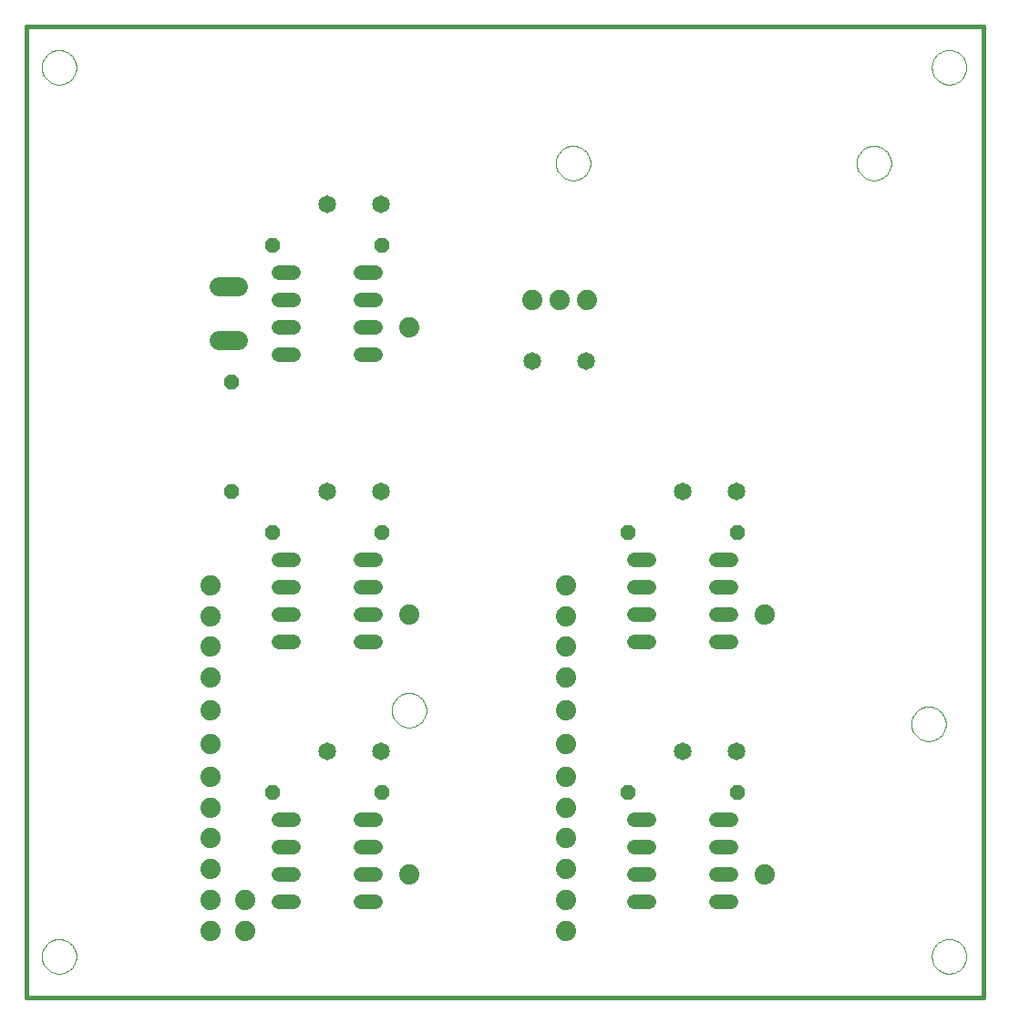
<source format=gtl>
G75*
%MOIN*%
%OFA0B0*%
%FSLAX24Y24*%
%IPPOS*%
%LPD*%
%AMOC8*
5,1,8,0,0,1.08239X$1,22.5*
%
%ADD10C,0.0160*%
%ADD11C,0.0000*%
%ADD12C,0.0520*%
%ADD13C,0.0740*%
%ADD14OC8,0.0520*%
%ADD15C,0.0700*%
%ADD16C,0.0650*%
D10*
X001533Y001497D02*
X001533Y036997D01*
X036533Y036997D01*
X036533Y001497D01*
X001533Y001497D01*
D11*
X002103Y002997D02*
X002105Y003047D01*
X002111Y003097D01*
X002121Y003146D01*
X002135Y003194D01*
X002152Y003241D01*
X002173Y003286D01*
X002198Y003330D01*
X002226Y003371D01*
X002258Y003410D01*
X002292Y003447D01*
X002329Y003481D01*
X002369Y003511D01*
X002411Y003538D01*
X002455Y003562D01*
X002501Y003583D01*
X002548Y003599D01*
X002596Y003612D01*
X002646Y003621D01*
X002695Y003626D01*
X002746Y003627D01*
X002796Y003624D01*
X002845Y003617D01*
X002894Y003606D01*
X002942Y003591D01*
X002988Y003573D01*
X003033Y003551D01*
X003076Y003525D01*
X003117Y003496D01*
X003156Y003464D01*
X003192Y003429D01*
X003224Y003391D01*
X003254Y003351D01*
X003281Y003308D01*
X003304Y003264D01*
X003323Y003218D01*
X003339Y003170D01*
X003351Y003121D01*
X003359Y003072D01*
X003363Y003022D01*
X003363Y002972D01*
X003359Y002922D01*
X003351Y002873D01*
X003339Y002824D01*
X003323Y002776D01*
X003304Y002730D01*
X003281Y002686D01*
X003254Y002643D01*
X003224Y002603D01*
X003192Y002565D01*
X003156Y002530D01*
X003117Y002498D01*
X003076Y002469D01*
X003033Y002443D01*
X002988Y002421D01*
X002942Y002403D01*
X002894Y002388D01*
X002845Y002377D01*
X002796Y002370D01*
X002746Y002367D01*
X002695Y002368D01*
X002646Y002373D01*
X002596Y002382D01*
X002548Y002395D01*
X002501Y002411D01*
X002455Y002432D01*
X002411Y002456D01*
X002369Y002483D01*
X002329Y002513D01*
X002292Y002547D01*
X002258Y002584D01*
X002226Y002623D01*
X002198Y002664D01*
X002173Y002708D01*
X002152Y002753D01*
X002135Y002800D01*
X002121Y002848D01*
X002111Y002897D01*
X002105Y002947D01*
X002103Y002997D01*
X014903Y011997D02*
X014905Y012047D01*
X014911Y012097D01*
X014921Y012146D01*
X014935Y012194D01*
X014952Y012241D01*
X014973Y012286D01*
X014998Y012330D01*
X015026Y012371D01*
X015058Y012410D01*
X015092Y012447D01*
X015129Y012481D01*
X015169Y012511D01*
X015211Y012538D01*
X015255Y012562D01*
X015301Y012583D01*
X015348Y012599D01*
X015396Y012612D01*
X015446Y012621D01*
X015495Y012626D01*
X015546Y012627D01*
X015596Y012624D01*
X015645Y012617D01*
X015694Y012606D01*
X015742Y012591D01*
X015788Y012573D01*
X015833Y012551D01*
X015876Y012525D01*
X015917Y012496D01*
X015956Y012464D01*
X015992Y012429D01*
X016024Y012391D01*
X016054Y012351D01*
X016081Y012308D01*
X016104Y012264D01*
X016123Y012218D01*
X016139Y012170D01*
X016151Y012121D01*
X016159Y012072D01*
X016163Y012022D01*
X016163Y011972D01*
X016159Y011922D01*
X016151Y011873D01*
X016139Y011824D01*
X016123Y011776D01*
X016104Y011730D01*
X016081Y011686D01*
X016054Y011643D01*
X016024Y011603D01*
X015992Y011565D01*
X015956Y011530D01*
X015917Y011498D01*
X015876Y011469D01*
X015833Y011443D01*
X015788Y011421D01*
X015742Y011403D01*
X015694Y011388D01*
X015645Y011377D01*
X015596Y011370D01*
X015546Y011367D01*
X015495Y011368D01*
X015446Y011373D01*
X015396Y011382D01*
X015348Y011395D01*
X015301Y011411D01*
X015255Y011432D01*
X015211Y011456D01*
X015169Y011483D01*
X015129Y011513D01*
X015092Y011547D01*
X015058Y011584D01*
X015026Y011623D01*
X014998Y011664D01*
X014973Y011708D01*
X014952Y011753D01*
X014935Y011800D01*
X014921Y011848D01*
X014911Y011897D01*
X014905Y011947D01*
X014903Y011997D01*
X033903Y011497D02*
X033905Y011547D01*
X033911Y011597D01*
X033921Y011646D01*
X033935Y011694D01*
X033952Y011741D01*
X033973Y011786D01*
X033998Y011830D01*
X034026Y011871D01*
X034058Y011910D01*
X034092Y011947D01*
X034129Y011981D01*
X034169Y012011D01*
X034211Y012038D01*
X034255Y012062D01*
X034301Y012083D01*
X034348Y012099D01*
X034396Y012112D01*
X034446Y012121D01*
X034495Y012126D01*
X034546Y012127D01*
X034596Y012124D01*
X034645Y012117D01*
X034694Y012106D01*
X034742Y012091D01*
X034788Y012073D01*
X034833Y012051D01*
X034876Y012025D01*
X034917Y011996D01*
X034956Y011964D01*
X034992Y011929D01*
X035024Y011891D01*
X035054Y011851D01*
X035081Y011808D01*
X035104Y011764D01*
X035123Y011718D01*
X035139Y011670D01*
X035151Y011621D01*
X035159Y011572D01*
X035163Y011522D01*
X035163Y011472D01*
X035159Y011422D01*
X035151Y011373D01*
X035139Y011324D01*
X035123Y011276D01*
X035104Y011230D01*
X035081Y011186D01*
X035054Y011143D01*
X035024Y011103D01*
X034992Y011065D01*
X034956Y011030D01*
X034917Y010998D01*
X034876Y010969D01*
X034833Y010943D01*
X034788Y010921D01*
X034742Y010903D01*
X034694Y010888D01*
X034645Y010877D01*
X034596Y010870D01*
X034546Y010867D01*
X034495Y010868D01*
X034446Y010873D01*
X034396Y010882D01*
X034348Y010895D01*
X034301Y010911D01*
X034255Y010932D01*
X034211Y010956D01*
X034169Y010983D01*
X034129Y011013D01*
X034092Y011047D01*
X034058Y011084D01*
X034026Y011123D01*
X033998Y011164D01*
X033973Y011208D01*
X033952Y011253D01*
X033935Y011300D01*
X033921Y011348D01*
X033911Y011397D01*
X033905Y011447D01*
X033903Y011497D01*
X034653Y002997D02*
X034655Y003047D01*
X034661Y003097D01*
X034671Y003146D01*
X034685Y003194D01*
X034702Y003241D01*
X034723Y003286D01*
X034748Y003330D01*
X034776Y003371D01*
X034808Y003410D01*
X034842Y003447D01*
X034879Y003481D01*
X034919Y003511D01*
X034961Y003538D01*
X035005Y003562D01*
X035051Y003583D01*
X035098Y003599D01*
X035146Y003612D01*
X035196Y003621D01*
X035245Y003626D01*
X035296Y003627D01*
X035346Y003624D01*
X035395Y003617D01*
X035444Y003606D01*
X035492Y003591D01*
X035538Y003573D01*
X035583Y003551D01*
X035626Y003525D01*
X035667Y003496D01*
X035706Y003464D01*
X035742Y003429D01*
X035774Y003391D01*
X035804Y003351D01*
X035831Y003308D01*
X035854Y003264D01*
X035873Y003218D01*
X035889Y003170D01*
X035901Y003121D01*
X035909Y003072D01*
X035913Y003022D01*
X035913Y002972D01*
X035909Y002922D01*
X035901Y002873D01*
X035889Y002824D01*
X035873Y002776D01*
X035854Y002730D01*
X035831Y002686D01*
X035804Y002643D01*
X035774Y002603D01*
X035742Y002565D01*
X035706Y002530D01*
X035667Y002498D01*
X035626Y002469D01*
X035583Y002443D01*
X035538Y002421D01*
X035492Y002403D01*
X035444Y002388D01*
X035395Y002377D01*
X035346Y002370D01*
X035296Y002367D01*
X035245Y002368D01*
X035196Y002373D01*
X035146Y002382D01*
X035098Y002395D01*
X035051Y002411D01*
X035005Y002432D01*
X034961Y002456D01*
X034919Y002483D01*
X034879Y002513D01*
X034842Y002547D01*
X034808Y002584D01*
X034776Y002623D01*
X034748Y002664D01*
X034723Y002708D01*
X034702Y002753D01*
X034685Y002800D01*
X034671Y002848D01*
X034661Y002897D01*
X034655Y002947D01*
X034653Y002997D01*
X031903Y031997D02*
X031905Y032047D01*
X031911Y032097D01*
X031921Y032146D01*
X031935Y032194D01*
X031952Y032241D01*
X031973Y032286D01*
X031998Y032330D01*
X032026Y032371D01*
X032058Y032410D01*
X032092Y032447D01*
X032129Y032481D01*
X032169Y032511D01*
X032211Y032538D01*
X032255Y032562D01*
X032301Y032583D01*
X032348Y032599D01*
X032396Y032612D01*
X032446Y032621D01*
X032495Y032626D01*
X032546Y032627D01*
X032596Y032624D01*
X032645Y032617D01*
X032694Y032606D01*
X032742Y032591D01*
X032788Y032573D01*
X032833Y032551D01*
X032876Y032525D01*
X032917Y032496D01*
X032956Y032464D01*
X032992Y032429D01*
X033024Y032391D01*
X033054Y032351D01*
X033081Y032308D01*
X033104Y032264D01*
X033123Y032218D01*
X033139Y032170D01*
X033151Y032121D01*
X033159Y032072D01*
X033163Y032022D01*
X033163Y031972D01*
X033159Y031922D01*
X033151Y031873D01*
X033139Y031824D01*
X033123Y031776D01*
X033104Y031730D01*
X033081Y031686D01*
X033054Y031643D01*
X033024Y031603D01*
X032992Y031565D01*
X032956Y031530D01*
X032917Y031498D01*
X032876Y031469D01*
X032833Y031443D01*
X032788Y031421D01*
X032742Y031403D01*
X032694Y031388D01*
X032645Y031377D01*
X032596Y031370D01*
X032546Y031367D01*
X032495Y031368D01*
X032446Y031373D01*
X032396Y031382D01*
X032348Y031395D01*
X032301Y031411D01*
X032255Y031432D01*
X032211Y031456D01*
X032169Y031483D01*
X032129Y031513D01*
X032092Y031547D01*
X032058Y031584D01*
X032026Y031623D01*
X031998Y031664D01*
X031973Y031708D01*
X031952Y031753D01*
X031935Y031800D01*
X031921Y031848D01*
X031911Y031897D01*
X031905Y031947D01*
X031903Y031997D01*
X034653Y035497D02*
X034655Y035547D01*
X034661Y035597D01*
X034671Y035646D01*
X034685Y035694D01*
X034702Y035741D01*
X034723Y035786D01*
X034748Y035830D01*
X034776Y035871D01*
X034808Y035910D01*
X034842Y035947D01*
X034879Y035981D01*
X034919Y036011D01*
X034961Y036038D01*
X035005Y036062D01*
X035051Y036083D01*
X035098Y036099D01*
X035146Y036112D01*
X035196Y036121D01*
X035245Y036126D01*
X035296Y036127D01*
X035346Y036124D01*
X035395Y036117D01*
X035444Y036106D01*
X035492Y036091D01*
X035538Y036073D01*
X035583Y036051D01*
X035626Y036025D01*
X035667Y035996D01*
X035706Y035964D01*
X035742Y035929D01*
X035774Y035891D01*
X035804Y035851D01*
X035831Y035808D01*
X035854Y035764D01*
X035873Y035718D01*
X035889Y035670D01*
X035901Y035621D01*
X035909Y035572D01*
X035913Y035522D01*
X035913Y035472D01*
X035909Y035422D01*
X035901Y035373D01*
X035889Y035324D01*
X035873Y035276D01*
X035854Y035230D01*
X035831Y035186D01*
X035804Y035143D01*
X035774Y035103D01*
X035742Y035065D01*
X035706Y035030D01*
X035667Y034998D01*
X035626Y034969D01*
X035583Y034943D01*
X035538Y034921D01*
X035492Y034903D01*
X035444Y034888D01*
X035395Y034877D01*
X035346Y034870D01*
X035296Y034867D01*
X035245Y034868D01*
X035196Y034873D01*
X035146Y034882D01*
X035098Y034895D01*
X035051Y034911D01*
X035005Y034932D01*
X034961Y034956D01*
X034919Y034983D01*
X034879Y035013D01*
X034842Y035047D01*
X034808Y035084D01*
X034776Y035123D01*
X034748Y035164D01*
X034723Y035208D01*
X034702Y035253D01*
X034685Y035300D01*
X034671Y035348D01*
X034661Y035397D01*
X034655Y035447D01*
X034653Y035497D01*
X020903Y031997D02*
X020905Y032047D01*
X020911Y032097D01*
X020921Y032146D01*
X020935Y032194D01*
X020952Y032241D01*
X020973Y032286D01*
X020998Y032330D01*
X021026Y032371D01*
X021058Y032410D01*
X021092Y032447D01*
X021129Y032481D01*
X021169Y032511D01*
X021211Y032538D01*
X021255Y032562D01*
X021301Y032583D01*
X021348Y032599D01*
X021396Y032612D01*
X021446Y032621D01*
X021495Y032626D01*
X021546Y032627D01*
X021596Y032624D01*
X021645Y032617D01*
X021694Y032606D01*
X021742Y032591D01*
X021788Y032573D01*
X021833Y032551D01*
X021876Y032525D01*
X021917Y032496D01*
X021956Y032464D01*
X021992Y032429D01*
X022024Y032391D01*
X022054Y032351D01*
X022081Y032308D01*
X022104Y032264D01*
X022123Y032218D01*
X022139Y032170D01*
X022151Y032121D01*
X022159Y032072D01*
X022163Y032022D01*
X022163Y031972D01*
X022159Y031922D01*
X022151Y031873D01*
X022139Y031824D01*
X022123Y031776D01*
X022104Y031730D01*
X022081Y031686D01*
X022054Y031643D01*
X022024Y031603D01*
X021992Y031565D01*
X021956Y031530D01*
X021917Y031498D01*
X021876Y031469D01*
X021833Y031443D01*
X021788Y031421D01*
X021742Y031403D01*
X021694Y031388D01*
X021645Y031377D01*
X021596Y031370D01*
X021546Y031367D01*
X021495Y031368D01*
X021446Y031373D01*
X021396Y031382D01*
X021348Y031395D01*
X021301Y031411D01*
X021255Y031432D01*
X021211Y031456D01*
X021169Y031483D01*
X021129Y031513D01*
X021092Y031547D01*
X021058Y031584D01*
X021026Y031623D01*
X020998Y031664D01*
X020973Y031708D01*
X020952Y031753D01*
X020935Y031800D01*
X020921Y031848D01*
X020911Y031897D01*
X020905Y031947D01*
X020903Y031997D01*
X002103Y035497D02*
X002105Y035547D01*
X002111Y035597D01*
X002121Y035646D01*
X002135Y035694D01*
X002152Y035741D01*
X002173Y035786D01*
X002198Y035830D01*
X002226Y035871D01*
X002258Y035910D01*
X002292Y035947D01*
X002329Y035981D01*
X002369Y036011D01*
X002411Y036038D01*
X002455Y036062D01*
X002501Y036083D01*
X002548Y036099D01*
X002596Y036112D01*
X002646Y036121D01*
X002695Y036126D01*
X002746Y036127D01*
X002796Y036124D01*
X002845Y036117D01*
X002894Y036106D01*
X002942Y036091D01*
X002988Y036073D01*
X003033Y036051D01*
X003076Y036025D01*
X003117Y035996D01*
X003156Y035964D01*
X003192Y035929D01*
X003224Y035891D01*
X003254Y035851D01*
X003281Y035808D01*
X003304Y035764D01*
X003323Y035718D01*
X003339Y035670D01*
X003351Y035621D01*
X003359Y035572D01*
X003363Y035522D01*
X003363Y035472D01*
X003359Y035422D01*
X003351Y035373D01*
X003339Y035324D01*
X003323Y035276D01*
X003304Y035230D01*
X003281Y035186D01*
X003254Y035143D01*
X003224Y035103D01*
X003192Y035065D01*
X003156Y035030D01*
X003117Y034998D01*
X003076Y034969D01*
X003033Y034943D01*
X002988Y034921D01*
X002942Y034903D01*
X002894Y034888D01*
X002845Y034877D01*
X002796Y034870D01*
X002746Y034867D01*
X002695Y034868D01*
X002646Y034873D01*
X002596Y034882D01*
X002548Y034895D01*
X002501Y034911D01*
X002455Y034932D01*
X002411Y034956D01*
X002369Y034983D01*
X002329Y035013D01*
X002292Y035047D01*
X002258Y035084D01*
X002226Y035123D01*
X002198Y035164D01*
X002173Y035208D01*
X002152Y035253D01*
X002135Y035300D01*
X002121Y035348D01*
X002111Y035397D01*
X002105Y035447D01*
X002103Y035497D01*
D12*
X010773Y027997D02*
X011293Y027997D01*
X011293Y026997D02*
X010773Y026997D01*
X010773Y025997D02*
X011293Y025997D01*
X011293Y024997D02*
X010773Y024997D01*
X013773Y024997D02*
X014293Y024997D01*
X014293Y025997D02*
X013773Y025997D01*
X013773Y026997D02*
X014293Y026997D01*
X014293Y027997D02*
X013773Y027997D01*
X013773Y017497D02*
X014293Y017497D01*
X014293Y016497D02*
X013773Y016497D01*
X013773Y015497D02*
X014293Y015497D01*
X014293Y014497D02*
X013773Y014497D01*
X011293Y014497D02*
X010773Y014497D01*
X010773Y015497D02*
X011293Y015497D01*
X011293Y016497D02*
X010773Y016497D01*
X010773Y017497D02*
X011293Y017497D01*
X011293Y007997D02*
X010773Y007997D01*
X010773Y006997D02*
X011293Y006997D01*
X011293Y005997D02*
X010773Y005997D01*
X010773Y004997D02*
X011293Y004997D01*
X013773Y004997D02*
X014293Y004997D01*
X014293Y005997D02*
X013773Y005997D01*
X013773Y006997D02*
X014293Y006997D01*
X014293Y007997D02*
X013773Y007997D01*
X023773Y007997D02*
X024293Y007997D01*
X024293Y006997D02*
X023773Y006997D01*
X023773Y005997D02*
X024293Y005997D01*
X024293Y004997D02*
X023773Y004997D01*
X026773Y004997D02*
X027293Y004997D01*
X027293Y005997D02*
X026773Y005997D01*
X026773Y006997D02*
X027293Y006997D01*
X027293Y007997D02*
X026773Y007997D01*
X026773Y014497D02*
X027293Y014497D01*
X027293Y015497D02*
X026773Y015497D01*
X026773Y016497D02*
X027293Y016497D01*
X027293Y017497D02*
X026773Y017497D01*
X024293Y017497D02*
X023773Y017497D01*
X023773Y016497D02*
X024293Y016497D01*
X024293Y015497D02*
X023773Y015497D01*
X023773Y014497D02*
X024293Y014497D01*
D13*
X021283Y014317D03*
X021283Y015427D03*
X021283Y016567D03*
X021283Y013177D03*
X021283Y011997D03*
X021283Y010747D03*
X021283Y009567D03*
X021283Y008427D03*
X021283Y007317D03*
X021283Y006177D03*
X021283Y005067D03*
X021283Y003927D03*
X015533Y005997D03*
X009533Y005067D03*
X009533Y003927D03*
X008283Y003927D03*
X008283Y005067D03*
X008283Y006177D03*
X008283Y007317D03*
X008283Y008427D03*
X008283Y009567D03*
X008283Y010747D03*
X008283Y011997D03*
X008283Y013177D03*
X008283Y014317D03*
X008283Y015427D03*
X008283Y016567D03*
X015533Y015497D03*
X015533Y025997D03*
X020033Y026997D03*
X021033Y026997D03*
X022033Y026997D03*
X028533Y015497D03*
X028533Y005997D03*
D14*
X027533Y008997D03*
X023533Y008997D03*
X014533Y008997D03*
X010533Y008997D03*
X010533Y018497D03*
X009033Y019997D03*
X009033Y023997D03*
X010533Y028997D03*
X014533Y028997D03*
X014533Y018497D03*
X023533Y018497D03*
X027533Y018497D03*
D15*
X009277Y025513D02*
X008577Y025513D01*
X008577Y027482D02*
X009277Y027482D01*
D16*
X012549Y030497D03*
X014518Y030497D03*
X020049Y024747D03*
X022018Y024747D03*
X025549Y019997D03*
X027518Y019997D03*
X027518Y010497D03*
X025549Y010497D03*
X014518Y010497D03*
X012549Y010497D03*
X012549Y019997D03*
X014518Y019997D03*
M02*

</source>
